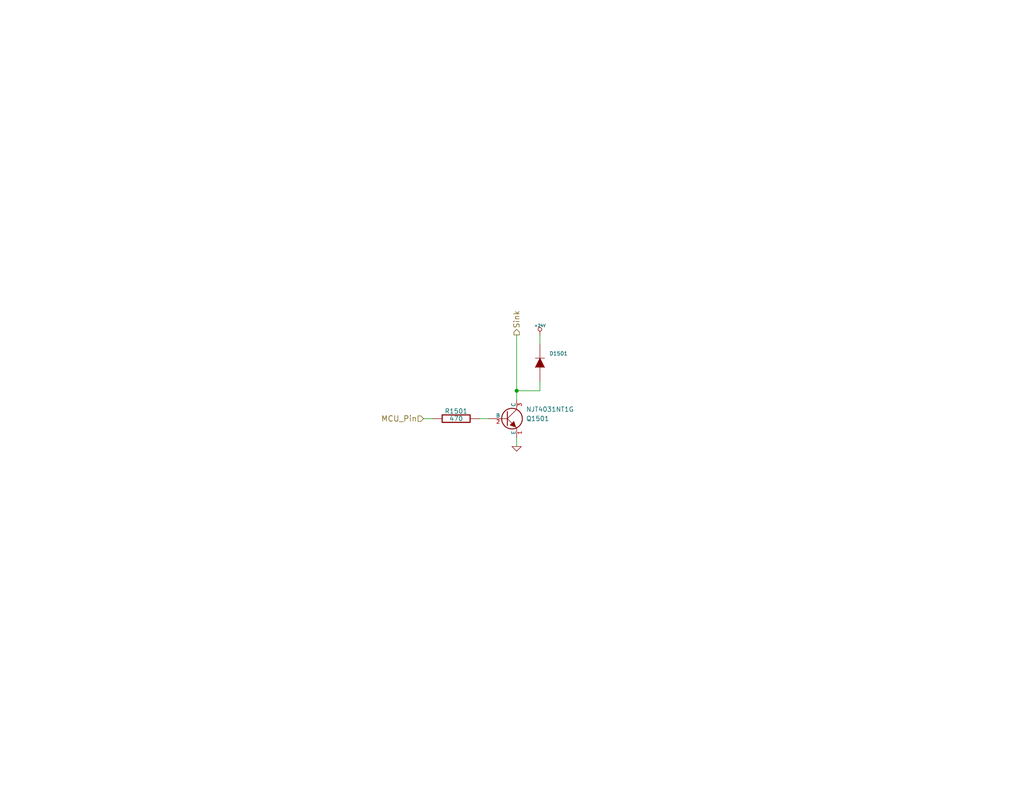
<source format=kicad_sch>
(kicad_sch (version 20211123) (generator eeschema)
  (paper "A")
  (title_block (title "Industrial Digital Output"))
  (lib_symbols
    (symbol "robot_controller-rescue:+24V" (power) (pin_numbers hide) (pin_names (offset 0))
      (property "Value" "+24V" (at 0 2.54 0))
      (symbol "+24V_0_0"
        (pin power_in line (at 0 0 90) (length 0) hide (name "+24V") (number "1"))
      )
      (symbol "+24V_0_1"
        (polyline (pts (xy 0 0) (xy 0 1.016) (xy 0 1.016)))
        (circle (center 0 1.524) (radius 0.508))
      )
    )
    (symbol "robot_controller-rescue:DIODE" (pin_numbers hide) (pin_names (offset 1.016) hide)
      (property "Reference" "D" (at 0 2.54 0))
      (property "Value" "DIODE" (at 0 -2.54 0))
      (symbol "DIODE_0_1"
        (polyline (pts (xy 1.27 1.27) (xy 1.27 -1.27)) (stroke (width 0.1524)))
        (polyline (pts (xy -1.27 1.27) (xy 1.27 0) (xy -1.27 -1.27)) (fill (type outline)))
      )
      (symbol "DIODE_1_1"
        (pin passive line (at -5.08 0 0) (length 3.81) (name "A") (number "1"))
        (pin passive line (at 5.08 0 180) (length 3.81) (name "K") (number "2"))
      )
    )
    (symbol "robot_controller-rescue:GND" (power) (pin_names (offset 0))
      (symbol "GND_0_1"
        (polyline (pts (xy -1.27 0) (xy 0 -1.27) (xy 1.27 0) (xy -1.27 0)))
      )
      (symbol "GND_1_1"
        (pin power_in line (at 0 0 90) (length 0) hide (name "GND") (number "1"))
      )
    )
    (symbol "robot_controller-rescue:NPN" (pin_names (offset 0))
      (property "Reference" "Q" (at 0 -3.81 0))
      (property "Value" "NPN" (at 0 3.81 0))
      (symbol "NPN_0_1"
        (polyline (pts (xy 0 0) (xy 2.54 2.54)))
        (polyline (pts (xy 0 1.905) (xy 0 -1.905) (xy 0 -1.905)) (stroke (width 0.254)))
        (polyline (pts (xy 1.27 -1.27) (xy 0 0) (xy 0 0)))
        (polyline (pts (xy 2.286 -2.286) (xy 2.54 -2.54) (xy 2.54 -2.54)))
        (polyline (pts (xy 2.286 -2.286) (xy 1.778 -0.762) (xy 0.762 -1.778) (xy 2.286 -2.286) (xy 2.286 -2.286)) (fill (type outline)))
        (circle (center 1.27 0) (radius 2.8194) (stroke (width 0.254)))
      )
      (symbol "NPN_1_1"
        (pin passive line (at 2.54 -5.08 90) (length 2.54) (name "E") (number "1"))
        (pin input line (at -5.08 0 0) (length 5.08) (name "B") (number "2"))
        (pin passive line (at 2.54 5.08 270) (length 2.54) (name "C") (number "3"))
      )
    )
    (symbol "robot_controller-rescue:R" (pin_numbers hide) (pin_names (offset 0))
      (property "Reference" "R" (at 2.032 0 90))
      (property "Value" "R" (at 0.1778 0.0254 90))
      (symbol "R_0_1"
        (rectangle (start -1.016 3.81) (end 1.016 -3.81) (stroke (width 0.3048)))
      )
      (symbol "R_1_1"
        (pin passive line (at 0 6.35 270) (length 2.54) (name "~") (number "1"))
        (pin passive line (at 0 -6.35 90) (length 2.54) (name "~") (number "2"))
      )
    )
  )
  (junction (at 140.97 106.68))
  (wire (pts (xy 147.32 104.14) (xy 147.32 106.68)))
  (wire (pts (xy 147.32 106.68) (xy 140.97 106.68)))
  (wire (pts (xy 140.97 119.38) (xy 140.97 121.92)))
  (wire (pts (xy 147.32 91.44) (xy 147.32 93.98)))
  (wire (pts (xy 115.57 114.3) (xy 118.11 114.3)))
  (wire (pts (xy 140.97 91.44) (xy 140.97 106.68)))
  (wire (pts (xy 130.81 114.3) (xy 133.35 114.3)))
  (wire (pts (xy 140.97 106.68) (xy 140.97 109.22)))
  (hierarchical_label "MCU_Pin" (shape input) (at 115.57 114.3 180) (effects (font (size 1.524 1.524))))
  (hierarchical_label "Sink" (shape output) (at 140.97 91.44 90) (effects (font (size 1.524 1.524))))
  (symbol (lib_id "robot_controller-rescue:NPN") (at 138.43 114.3 0)
    (property "Reference" "Q1501" (at 143.51 114.3 0) (effects (justify left)))
    (property "Value" "NJT4031NT1G" (at 143.51 111.76 0) (effects (justify left)))
    (property "Datasheet" "http://www.digikey.ca/product-detail/en/NJT4031NT1G/NJT4031NT1GOSCT-ND/1693205" (effects hide))
    (property "Digikey Number" "NJT4031NT1GOSCT-ND" (effects hide))
  )
  (symbol (lib_id "robot_controller-rescue:R") (at 124.46 114.3 90)
    (property "Reference" "R1501" (at 124.46 112.268 90))
    (property "Value" "470" (at 124.46 114.3 90))
    (property "Datasheet" "http://www.digikey.ca/product-detail/en/RC1608J471CS/1276-5054-1-ND/3968026" (effects hide))
    (property "Digikey Number" "1276-5054-1-ND" (effects hide))
  )
  (symbol (lib_id "robot_controller-rescue:DIODE") (at 147.32 99.06 90)
    (property "Reference" "D1501" (at 149.86 96.52 90) (effects (font (size 1.016 1.016)) (justify right)))
    (property "Value" "RSX501L-20TE25" (effects hide))
    (property "Datasheet" "http://www.digikey.ca/product-detail/en/RSX501L-20TE25/RSX501L-20TE25CT-ND/2095553" (effects hide))
    (property "Digikey Number" "RSX501L-20TE25CT-ND" (effects hide))
  )
  (symbol (lib_id "robot_controller-rescue:+24V") (at 147.32 91.44 0)
    (property "Reference" "#PWR0164" (effects hide))
    (property "Value" "+24V" (at 147.32 88.9 0) (effects (font (size 0.762 0.762))))
  )
  (symbol (lib_id "robot_controller-rescue:GND") (at 140.97 121.92 0)
    (property "Reference" "#PWR0165" (effects hide))
    (property "Value" "GND" (effects hide))
  )
)
</source>
